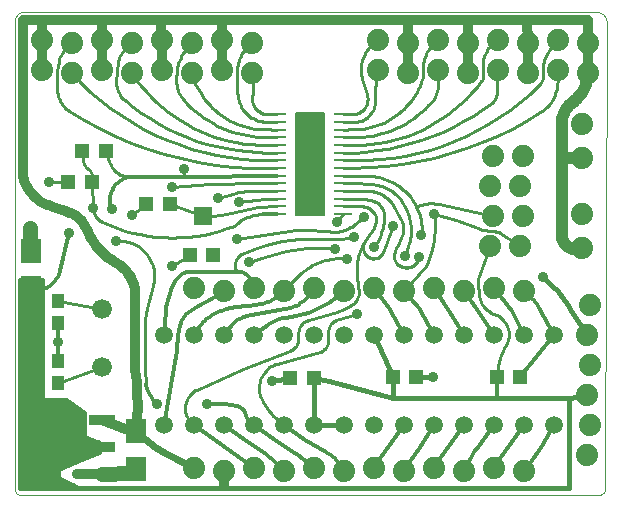
<source format=gtl>
G75*
G70*
%OFA0B0*%
%FSLAX24Y24*%
%IPPOS*%
%LPD*%
%AMOC8*
5,1,8,0,0,1.08239X$1,22.5*
%
%ADD10C,0.0000*%
%ADD11C,0.0591*%
%ADD12C,0.0660*%
%ADD13R,0.0906X0.0374*%
%ADD14R,0.0906X0.1280*%
%ADD15C,0.0740*%
%ADD16R,0.0394X0.0512*%
%ADD17R,0.0472X0.0472*%
%ADD18R,0.0709X0.0787*%
%ADD19R,0.0610X0.0098*%
%ADD20C,0.0050*%
%ADD21C,0.0436*%
%ADD22R,0.0630X0.0591*%
%ADD23C,0.0100*%
%ADD24C,0.0356*%
%ADD25C,0.0120*%
%ADD26C,0.0160*%
%ADD27C,0.0320*%
%ADD28C,0.0500*%
%ADD29C,0.0240*%
%ADD30C,0.0400*%
D10*
X002348Y003185D02*
X021596Y003185D01*
X021596Y003184D02*
X021625Y003181D01*
X021654Y003182D01*
X021683Y003186D01*
X021711Y003193D01*
X021739Y003204D01*
X021764Y003218D01*
X021788Y003235D01*
X021810Y003255D01*
X021829Y003278D01*
X021845Y003302D01*
X021858Y003328D01*
X021868Y003356D01*
X021875Y003385D01*
X021874Y003385D02*
X021914Y018935D01*
X021913Y018970D01*
X021909Y019004D01*
X021901Y019037D01*
X021890Y019070D01*
X021875Y019101D01*
X021857Y019131D01*
X021836Y019158D01*
X021813Y019183D01*
X021787Y019206D01*
X021759Y019225D01*
X021728Y019242D01*
X021697Y019255D01*
X021664Y019265D01*
X021630Y019272D01*
X021595Y019275D01*
X002456Y019275D01*
X002425Y019272D01*
X002394Y019265D01*
X002364Y019255D01*
X002335Y019241D01*
X002309Y019224D01*
X002284Y019204D01*
X002262Y019182D01*
X002243Y019156D01*
X002227Y019129D01*
X002214Y019100D01*
X002205Y019070D01*
X002199Y019039D01*
X002197Y019008D01*
X002187Y003394D01*
X002188Y003394D02*
X002186Y003370D01*
X002187Y003345D01*
X002192Y003321D01*
X002199Y003298D01*
X002210Y003276D01*
X002224Y003255D01*
X002240Y003237D01*
X002258Y003221D01*
X002279Y003207D01*
X002301Y003197D01*
X002324Y003189D01*
X002348Y003185D01*
D11*
X007145Y005523D03*
X008145Y005523D03*
X009145Y005523D03*
X010145Y005523D03*
X011145Y005523D03*
X012145Y005523D03*
X013145Y005523D03*
X014145Y005523D03*
X015145Y005523D03*
X016145Y005523D03*
X017145Y005523D03*
X018145Y005523D03*
X019145Y005523D03*
X020145Y005523D03*
X020145Y008523D03*
X019145Y008523D03*
X018145Y008523D03*
X017145Y008523D03*
X016145Y008523D03*
X015145Y008523D03*
X014145Y008523D03*
X013145Y008523D03*
X012145Y008523D03*
X011145Y008523D03*
X010145Y008523D03*
X009145Y008523D03*
X008145Y008523D03*
X007145Y008523D03*
D12*
X005087Y009362D03*
X005087Y007441D03*
D13*
X005090Y005686D03*
X005090Y004781D03*
X005090Y003875D03*
D14*
X002767Y004781D03*
D15*
X008145Y004073D03*
X009145Y003973D03*
X010145Y004073D03*
X011145Y003973D03*
X012145Y004073D03*
X013145Y003973D03*
X014145Y004073D03*
X015145Y003973D03*
X016145Y004073D03*
X017145Y003973D03*
X018145Y004073D03*
X019145Y003973D03*
X021258Y004523D03*
X021358Y005523D03*
X021258Y006523D03*
X021358Y007523D03*
X021258Y008523D03*
X021358Y009523D03*
X021087Y011418D03*
X021087Y012558D03*
X019141Y012483D03*
X018140Y012484D03*
X018040Y013484D03*
X019041Y013483D03*
X019141Y014483D03*
X018140Y014484D03*
X017285Y017234D03*
X018285Y017334D03*
X017289Y018237D03*
X018289Y018337D03*
X019289Y018237D03*
X020289Y018337D03*
X020285Y017334D03*
X021285Y017234D03*
X021289Y018237D03*
X019285Y017234D03*
X021086Y015554D03*
X021086Y014414D03*
X019041Y011483D03*
X018040Y011484D03*
X018145Y010073D03*
X019145Y009973D03*
X017145Y009973D03*
X016145Y010073D03*
X015145Y009973D03*
X014145Y010073D03*
X013145Y009973D03*
X012145Y010073D03*
X011145Y009973D03*
X010145Y010073D03*
X009145Y009973D03*
X008145Y010073D03*
X008086Y017233D03*
X009086Y017333D03*
X009089Y018337D03*
X008089Y018237D03*
X007089Y018337D03*
X007086Y017333D03*
X006086Y017233D03*
X005086Y017333D03*
X004086Y017233D03*
X003086Y017333D03*
X003089Y018337D03*
X004089Y018237D03*
X005089Y018337D03*
X006089Y018237D03*
X010089Y018237D03*
X010086Y017233D03*
X014285Y017334D03*
X015285Y017234D03*
X015289Y018237D03*
X014289Y018337D03*
X016289Y018337D03*
X016285Y017334D03*
D16*
X003640Y009661D03*
X003640Y008913D03*
X003640Y007653D03*
X003640Y006905D03*
D17*
X008014Y011177D03*
X008801Y011177D03*
X007345Y012870D03*
X006557Y012870D03*
X004746Y013618D03*
X003959Y013618D03*
X004431Y014642D03*
X005219Y014642D03*
X011356Y007064D03*
X012144Y007064D03*
X014782Y007119D03*
X015569Y007119D03*
X018246Y007122D03*
X019034Y007122D03*
D18*
X006238Y005309D03*
X006238Y004050D03*
X002733Y010063D03*
X002733Y011323D03*
D19*
X010937Y012545D03*
X010937Y012801D03*
X010937Y013057D03*
X010937Y013313D03*
X010937Y013569D03*
X010937Y013825D03*
X010937Y014081D03*
X010937Y014336D03*
X010937Y014592D03*
X010937Y014848D03*
X010937Y015104D03*
X010937Y015360D03*
X010937Y015616D03*
X010937Y015872D03*
X013122Y015872D03*
X013122Y015616D03*
X013122Y015360D03*
X013122Y015104D03*
X013122Y014848D03*
X013122Y014592D03*
X013122Y014336D03*
X013122Y014081D03*
X013122Y013825D03*
X013122Y013569D03*
X013122Y013313D03*
X013122Y013057D03*
X013122Y012801D03*
X013122Y012545D03*
D20*
X012502Y012554D02*
X011557Y012554D01*
X011557Y012516D02*
X011557Y015901D01*
X012502Y015901D01*
X012502Y012516D01*
X011557Y012516D01*
X011557Y012602D02*
X012502Y012602D01*
X012502Y012651D02*
X011557Y012651D01*
X011557Y012699D02*
X012502Y012699D01*
X012502Y012748D02*
X011557Y012748D01*
X011557Y012796D02*
X012502Y012796D01*
X012502Y012845D02*
X011557Y012845D01*
X011557Y012894D02*
X012502Y012894D01*
X012502Y012942D02*
X011557Y012942D01*
X011557Y012991D02*
X012502Y012991D01*
X012502Y013039D02*
X011557Y013039D01*
X011557Y013088D02*
X012502Y013088D01*
X012502Y013136D02*
X011557Y013136D01*
X011557Y013185D02*
X012502Y013185D01*
X012502Y013233D02*
X011557Y013233D01*
X011557Y013282D02*
X012502Y013282D01*
X012502Y013330D02*
X011557Y013330D01*
X011557Y013379D02*
X012502Y013379D01*
X012502Y013428D02*
X011557Y013428D01*
X011557Y013476D02*
X012502Y013476D01*
X012502Y013525D02*
X011557Y013525D01*
X011557Y013573D02*
X012502Y013573D01*
X012502Y013622D02*
X011557Y013622D01*
X011557Y013670D02*
X012502Y013670D01*
X012502Y013719D02*
X011557Y013719D01*
X011557Y013767D02*
X012502Y013767D01*
X012502Y013816D02*
X011557Y013816D01*
X011557Y013864D02*
X012502Y013864D01*
X012502Y013913D02*
X011557Y013913D01*
X011557Y013961D02*
X012502Y013961D01*
X012502Y014010D02*
X011557Y014010D01*
X011557Y014059D02*
X012502Y014059D01*
X012502Y014107D02*
X011557Y014107D01*
X011557Y014156D02*
X012502Y014156D01*
X012502Y014204D02*
X011557Y014204D01*
X011557Y014253D02*
X012502Y014253D01*
X012502Y014301D02*
X011557Y014301D01*
X011557Y014350D02*
X012502Y014350D01*
X012502Y014398D02*
X011557Y014398D01*
X011557Y014447D02*
X012502Y014447D01*
X012502Y014495D02*
X011557Y014495D01*
X011557Y014544D02*
X012502Y014544D01*
X012502Y014593D02*
X011557Y014593D01*
X011557Y014641D02*
X012502Y014641D01*
X012502Y014690D02*
X011557Y014690D01*
X011557Y014738D02*
X012502Y014738D01*
X012502Y014787D02*
X011557Y014787D01*
X011557Y014835D02*
X012502Y014835D01*
X012502Y014884D02*
X011557Y014884D01*
X011557Y014932D02*
X012502Y014932D01*
X012502Y014981D02*
X011557Y014981D01*
X011557Y015029D02*
X012502Y015029D01*
X012502Y015078D02*
X011557Y015078D01*
X011557Y015127D02*
X012502Y015127D01*
X012502Y015175D02*
X011557Y015175D01*
X011557Y015224D02*
X012502Y015224D01*
X012502Y015272D02*
X011557Y015272D01*
X011557Y015321D02*
X012502Y015321D01*
X012502Y015369D02*
X011557Y015369D01*
X011557Y015418D02*
X012502Y015418D01*
X012502Y015466D02*
X011557Y015466D01*
X011557Y015515D02*
X012502Y015515D01*
X012502Y015563D02*
X011557Y015563D01*
X011557Y015612D02*
X012502Y015612D01*
X012502Y015661D02*
X011557Y015661D01*
X011557Y015709D02*
X012502Y015709D01*
X012502Y015758D02*
X011557Y015758D01*
X011557Y015806D02*
X012502Y015806D01*
X012502Y015855D02*
X011557Y015855D01*
D21*
X011793Y015193D03*
X012266Y015626D03*
X012266Y014760D03*
X011793Y014366D03*
X012266Y013894D03*
X011793Y013500D03*
X012266Y013106D03*
X011793Y012752D03*
D22*
X008447Y012476D03*
D23*
X014747Y012910D02*
X015062Y012358D01*
X014793Y012138D02*
X014628Y011728D01*
X015101Y011846D02*
X015113Y011892D01*
X015123Y011939D01*
X015129Y011986D01*
X015132Y012034D01*
X015131Y012082D01*
X015128Y012129D01*
X015121Y012177D01*
X015111Y012223D01*
X015097Y012269D01*
X015081Y012314D01*
X015061Y012358D01*
X015337Y011571D02*
X015179Y011138D01*
X014864Y010980D02*
X014885Y010946D01*
X014909Y010914D01*
X014935Y010885D01*
X014965Y010858D01*
X014996Y010834D01*
X015030Y010813D01*
X015066Y010796D01*
X015103Y010781D01*
X015141Y010771D01*
X015180Y010764D01*
X015220Y010760D01*
X015260Y010761D01*
X015299Y010765D01*
X015338Y010772D01*
X015376Y010784D01*
X015413Y010799D01*
X015448Y010817D01*
X015482Y010838D01*
X015513Y010863D01*
X015542Y010890D01*
X015568Y010920D01*
X015591Y010952D01*
X015612Y010986D01*
X015629Y011022D01*
X015642Y011059D01*
X015652Y011098D01*
X015888Y010823D02*
X015145Y009973D01*
X013620Y010267D02*
X013604Y010354D01*
X013591Y010442D01*
X013583Y010530D01*
X013579Y010618D01*
X013578Y010706D01*
X013583Y010795D01*
X013591Y010882D01*
X013603Y010970D01*
X013620Y011057D01*
X013640Y011143D01*
X013665Y011228D01*
X013693Y011311D01*
X013726Y011393D01*
X013762Y011474D01*
X013802Y011553D01*
X013846Y011629D01*
X013893Y011704D01*
X013944Y011776D01*
X013998Y011846D01*
X015573Y012791D02*
X015530Y012871D01*
X015483Y012948D01*
X015433Y013024D01*
X015379Y013096D01*
X015321Y013166D01*
X015260Y013233D01*
X015196Y013297D01*
X015129Y013358D01*
X015059Y013416D01*
X014986Y013470D01*
X014911Y013520D01*
X014834Y013567D01*
X014754Y013610D01*
X014672Y013650D01*
X014589Y013685D01*
X014504Y013716D01*
X014417Y013743D01*
X014329Y013766D01*
X014241Y013784D01*
X014151Y013798D01*
X014061Y013808D01*
X013971Y013814D01*
X013880Y013815D01*
X013482Y013827D02*
X013122Y013825D01*
X013122Y014081D02*
X013435Y014079D01*
X013482Y014334D02*
X013122Y014336D01*
X013122Y014592D02*
X013478Y014594D01*
X013506Y014850D02*
X013122Y014848D01*
X013122Y015104D02*
X013463Y015102D01*
X013459Y015362D02*
X013122Y015360D01*
X013122Y015616D02*
X013498Y015614D01*
X013447Y015874D02*
X013122Y015872D01*
X013498Y015614D02*
X013549Y015616D01*
X013601Y015621D01*
X013651Y015630D01*
X013701Y015643D01*
X013750Y015660D01*
X013797Y015680D01*
X013843Y015703D01*
X013887Y015730D01*
X013929Y015760D01*
X013968Y015793D01*
X014005Y015829D01*
X014039Y015868D01*
X014070Y015909D01*
X014098Y015952D01*
X014122Y015998D01*
X014144Y016044D01*
X014161Y016093D01*
X014175Y016142D01*
X014186Y016193D01*
X014192Y016244D01*
X014195Y016295D01*
X013920Y016532D02*
X013931Y016491D01*
X013940Y016449D01*
X013944Y016406D01*
X013945Y016363D01*
X013942Y016320D01*
X013935Y016278D01*
X013925Y016236D01*
X013912Y016196D01*
X013895Y016156D01*
X013874Y016119D01*
X013851Y016083D01*
X013824Y016049D01*
X013795Y016018D01*
X013763Y015989D01*
X013729Y015963D01*
X013693Y015940D01*
X013655Y015920D01*
X013615Y015904D01*
X013574Y015891D01*
X013532Y015882D01*
X013490Y015876D01*
X013447Y015874D01*
X013486Y011767D02*
X013277Y011738D01*
X013068Y011718D01*
X012857Y011707D01*
X012647Y011705D01*
X012436Y011712D01*
X012226Y011728D01*
X012939Y012264D02*
X013122Y012545D01*
X015100Y011846D02*
X015068Y011756D01*
X015032Y011668D01*
X014993Y011581D01*
X014950Y011496D01*
X014903Y011413D01*
X013998Y011846D02*
X013961Y011803D01*
X013927Y011757D01*
X013895Y011710D01*
X013867Y011661D01*
X013841Y011610D01*
X014116Y012988D02*
X014043Y013009D01*
X013969Y013025D01*
X013895Y013039D01*
X013820Y013048D01*
X013744Y013054D01*
X013669Y013057D01*
X013593Y013056D01*
X013518Y013051D01*
X013122Y013057D01*
X013122Y013313D02*
X013880Y013303D01*
X013577Y012803D02*
X013122Y012801D01*
X013525Y012201D02*
X013476Y012163D01*
X013426Y012128D01*
X013373Y012096D01*
X013319Y012066D01*
X013263Y012040D01*
X013206Y012017D01*
X013147Y011998D01*
X013088Y011982D01*
X013027Y011969D01*
X012966Y011959D01*
X012905Y011954D01*
X012843Y011951D01*
X012782Y011952D01*
X012720Y011957D01*
X012659Y011965D01*
X015888Y010822D02*
X015949Y010958D01*
X016003Y011095D01*
X016050Y011236D01*
X016091Y011378D01*
X016125Y011523D01*
X016152Y011668D01*
X016172Y011815D01*
X016184Y011963D01*
X016190Y012111D01*
X016188Y012259D01*
X016179Y012407D01*
X016163Y012555D01*
X016321Y012870D02*
X018140Y012484D01*
X018349Y011909D02*
X019041Y011483D01*
X018348Y011909D02*
X018311Y011930D01*
X018272Y011947D01*
X018231Y011961D01*
X018190Y011971D01*
X018147Y011977D01*
X018105Y011980D01*
X018040Y011484D02*
X017624Y010378D01*
X017620Y010252D02*
X017663Y009842D01*
X017621Y010252D02*
X017615Y010277D01*
X017612Y010302D01*
X017613Y010328D01*
X017617Y010353D01*
X017624Y010378D01*
X017664Y009842D02*
X017672Y009789D01*
X017683Y009736D01*
X017698Y009685D01*
X017717Y009635D01*
X017739Y009586D01*
X017764Y009539D01*
X017793Y009494D01*
X017825Y009451D01*
X017860Y009410D01*
X017898Y009372D01*
X017938Y009337D01*
X017981Y009305D01*
X018026Y009276D01*
X018073Y009250D01*
X018122Y009227D01*
X018172Y009208D01*
X018171Y009208D02*
X018220Y009189D01*
X018267Y009167D01*
X018313Y009142D01*
X018357Y009113D01*
X018398Y009082D01*
X018437Y009047D01*
X018473Y009010D01*
X018506Y008970D01*
X018537Y008927D01*
X018564Y008883D01*
X018588Y008837D01*
X018609Y008789D01*
X018625Y008739D01*
X018639Y008689D01*
X018648Y008638D01*
X018654Y008586D01*
X018656Y008534D01*
X018654Y008482D01*
X018649Y008430D01*
X018639Y008379D01*
X018626Y008328D01*
X018609Y008279D01*
X018589Y008231D01*
X018565Y008185D01*
X018507Y008075D01*
X018455Y007963D01*
X018407Y007848D01*
X018366Y007731D01*
X018330Y007612D01*
X018300Y007491D01*
X018276Y007369D01*
X018258Y007246D01*
X018247Y007122D01*
X011951Y010744D02*
X011737Y010565D01*
X011531Y010376D01*
X011334Y010179D01*
X011145Y009973D01*
X010937Y013312D02*
X010794Y013310D01*
X010651Y013302D01*
X010526Y013055D02*
X009664Y012936D01*
X009471Y013224D02*
X008959Y013067D01*
X008683Y013539D02*
X010313Y013579D01*
X010937Y013569D01*
X010937Y014081D02*
X010604Y014079D01*
X010616Y014338D02*
X010937Y014336D01*
X013368Y009484D02*
X013148Y009380D01*
X012923Y009286D01*
X012695Y009202D01*
X012463Y009129D01*
X012228Y009065D01*
X011990Y009011D01*
X011990Y009012D02*
X011951Y009002D01*
X011913Y008989D01*
X011876Y008972D01*
X011841Y008952D01*
X011808Y008929D01*
X011777Y008903D01*
X011749Y008874D01*
X011723Y008843D01*
X011701Y008809D01*
X011681Y008774D01*
X011665Y008737D01*
X011653Y008699D01*
X011643Y008659D01*
X011638Y008619D01*
X011636Y008579D01*
X011636Y008342D01*
X011630Y008303D01*
X011620Y008265D01*
X011607Y008228D01*
X011591Y008192D01*
X011571Y008158D01*
X011549Y008126D01*
X011523Y008096D01*
X011495Y008068D01*
X011464Y008044D01*
X011431Y008022D01*
X011396Y008003D01*
X011360Y007988D01*
X012344Y007949D02*
X012379Y007959D01*
X012412Y007973D01*
X012444Y007990D01*
X012474Y008010D01*
X012503Y008032D01*
X012529Y008057D01*
X012552Y008085D01*
X012573Y008114D01*
X012592Y008145D01*
X012607Y008178D01*
X012619Y008212D01*
X012628Y008247D01*
X012634Y008283D01*
X012636Y008319D01*
X012636Y008610D02*
X012637Y008649D01*
X012642Y008688D01*
X012650Y008726D01*
X012661Y008763D01*
X012676Y008799D01*
X012694Y008834D01*
X012716Y008867D01*
X012740Y008897D01*
X012766Y008926D01*
X012796Y008951D01*
X012827Y008974D01*
X012861Y008995D01*
X012896Y009012D01*
X011950Y010744D02*
X012027Y010793D01*
X012106Y010838D01*
X012187Y010879D01*
X012270Y010916D01*
X012355Y010949D01*
X012441Y010979D01*
X012528Y011004D01*
X012617Y011026D01*
X012706Y011043D01*
X012796Y011056D01*
X012886Y011065D01*
X012977Y011070D01*
X013068Y011071D01*
X013159Y011067D01*
X013250Y011059D01*
X013841Y011256D02*
X013858Y011223D01*
X013879Y011193D01*
X013903Y011165D01*
X013930Y011140D01*
X013960Y011118D01*
X013991Y011099D01*
X014025Y011084D01*
X014060Y011073D01*
X014096Y011065D01*
X014132Y011061D01*
X014169Y011062D01*
X014206Y011066D01*
X014242Y011074D01*
X014276Y011086D01*
X014310Y011102D01*
X014341Y011121D01*
X014370Y011144D01*
X014397Y011169D01*
X014420Y011197D01*
X014441Y011228D01*
X014458Y011261D01*
X014471Y011295D01*
X013841Y011256D02*
X013827Y011290D01*
X013815Y011325D01*
X013807Y011360D01*
X013803Y011396D01*
X013801Y011433D01*
X013803Y011470D01*
X013807Y011506D01*
X013815Y011541D01*
X013827Y011576D01*
X013841Y011610D01*
X015337Y011571D02*
X015354Y011652D01*
X015368Y011734D01*
X015378Y011817D01*
X015383Y011900D01*
X015385Y011984D01*
X015383Y012067D01*
X015377Y012150D01*
X015367Y012232D01*
X015353Y012315D01*
X015335Y012396D01*
X015313Y012476D01*
X015287Y012556D01*
X015258Y012634D01*
X015573Y012791D02*
X015631Y012816D01*
X015691Y012838D01*
X015752Y012856D01*
X015814Y012871D01*
X015877Y012883D01*
X015940Y012892D01*
X016004Y012896D01*
X016068Y012898D01*
X016131Y012896D01*
X016195Y012891D01*
X016258Y012882D01*
X016321Y012870D01*
X017632Y012063D02*
X017697Y012042D01*
X017764Y012024D01*
X017831Y012009D01*
X017899Y011997D01*
X017967Y011988D01*
X018035Y011983D01*
X018104Y011980D01*
X014904Y011414D02*
X014884Y011378D01*
X014868Y011340D01*
X014855Y011302D01*
X014844Y011262D01*
X014837Y011222D01*
X014834Y011181D01*
X014833Y011140D01*
X014836Y011100D01*
X014842Y011059D01*
X014852Y011019D01*
X014865Y010981D01*
X015730Y011846D02*
X015738Y011921D01*
X015743Y011995D01*
X015745Y012070D01*
X015743Y012145D01*
X015738Y012220D01*
X015729Y012294D01*
X015717Y012368D01*
X015701Y012441D01*
X015682Y012513D01*
X015659Y012584D01*
X015634Y012655D01*
X015605Y012724D01*
X015572Y012791D01*
X015258Y012634D02*
X015233Y012702D01*
X015205Y012768D01*
X015173Y012833D01*
X015138Y012895D01*
X015099Y012956D01*
X015058Y013015D01*
X015013Y013071D01*
X014965Y013125D01*
X014914Y013176D01*
X014860Y013224D01*
X014804Y013269D01*
X014745Y013311D01*
X014685Y013350D01*
X014622Y013386D01*
X014557Y013417D01*
X014491Y013446D01*
X014423Y013471D01*
X014355Y013492D01*
X014285Y013509D01*
X014214Y013522D01*
X014142Y013532D01*
X014071Y013537D01*
X013998Y013539D01*
X014116Y012988D02*
X014159Y012973D01*
X014200Y012955D01*
X014239Y012933D01*
X014277Y012907D01*
X014312Y012879D01*
X014345Y012848D01*
X014375Y012814D01*
X014402Y012778D01*
X014426Y012739D01*
X014446Y012699D01*
X014463Y012657D01*
X014476Y012614D01*
X014486Y012570D01*
X014492Y012525D01*
X014494Y012480D01*
X014746Y012910D02*
X014711Y012956D01*
X014673Y013001D01*
X014632Y013043D01*
X014588Y013082D01*
X014542Y013119D01*
X014494Y013152D01*
X014445Y013183D01*
X014393Y013210D01*
X014339Y013235D01*
X014285Y013256D01*
X014229Y013273D01*
X014172Y013287D01*
X014114Y013298D01*
X014056Y013304D01*
X013997Y013308D01*
X013939Y013307D01*
X013880Y013303D01*
X013841Y012437D02*
X013526Y012201D01*
X013754Y012803D02*
X013797Y012801D01*
X013840Y012795D01*
X013882Y012786D01*
X013923Y012773D01*
X013963Y012756D01*
X014001Y012736D01*
X014038Y012713D01*
X014072Y012687D01*
X014104Y012658D01*
X014133Y012626D01*
X014160Y012592D01*
X014183Y012556D01*
X014203Y012518D01*
X014220Y012478D01*
X014234Y012437D01*
X014235Y012437D02*
X014233Y012382D01*
X014228Y012328D01*
X014219Y012275D01*
X014207Y012222D01*
X014192Y012170D01*
X014173Y012119D01*
X014151Y012069D01*
X014127Y012021D01*
X014099Y011974D01*
X014068Y011929D01*
X014035Y011886D01*
X013999Y011846D01*
X014155Y011452D02*
X014201Y011517D01*
X014243Y011583D01*
X014283Y011651D01*
X014319Y011721D01*
X014352Y011792D01*
X014382Y011865D01*
X014408Y011939D01*
X014431Y012014D01*
X014450Y012090D01*
X014466Y012167D01*
X014479Y012245D01*
X014487Y012323D01*
X014492Y012402D01*
X014494Y012480D01*
X013651Y009988D02*
X013653Y009945D01*
X013651Y009901D01*
X013645Y009857D01*
X013636Y009815D01*
X013623Y009773D01*
X013607Y009732D01*
X013587Y009693D01*
X013564Y009656D01*
X013538Y009621D01*
X013509Y009588D01*
X013477Y009558D01*
X013443Y009530D01*
X013406Y009506D01*
X013368Y009485D01*
X013482Y013827D02*
X013681Y013825D01*
X013880Y013815D01*
X010937Y013057D02*
X010526Y013055D01*
X010297Y012783D02*
X010937Y012801D01*
X009943Y013303D02*
X009863Y013299D01*
X009783Y013291D01*
X009704Y013279D01*
X009625Y013265D01*
X009547Y013246D01*
X009470Y013224D01*
X008683Y013539D02*
X007423Y013460D01*
X007345Y012870D02*
X008447Y012476D01*
X008014Y011177D02*
X007420Y010810D01*
X013620Y010268D02*
X013638Y010128D01*
X013652Y009988D01*
X006793Y010154D02*
X006719Y009907D01*
X006654Y009657D01*
X006597Y009406D01*
X006793Y010153D02*
X006809Y010220D01*
X006822Y010287D01*
X006831Y010355D01*
X006836Y010423D01*
X006837Y010492D01*
X006834Y010560D01*
X006827Y010628D01*
X006816Y010696D01*
X006801Y010763D01*
X006782Y010829D01*
X006759Y010893D01*
X006733Y010957D01*
X006703Y011018D01*
X006670Y011078D01*
X006633Y011136D01*
X006593Y011191D01*
X006550Y011245D01*
X006503Y011295D01*
X006454Y011343D01*
X006402Y011387D01*
X006348Y011429D01*
X006291Y011468D01*
X006232Y011503D01*
X006171Y011534D01*
X006109Y011562D01*
X006045Y011587D01*
X005979Y011607D01*
X005913Y011624D01*
X005846Y011637D01*
X005778Y011646D01*
X005709Y011651D01*
X005641Y011652D01*
X005573Y011649D01*
X006082Y012503D02*
X006557Y012870D01*
X007817Y013775D02*
X007822Y013830D01*
X007825Y013885D01*
X007825Y013941D01*
X007822Y013996D01*
X007817Y014051D01*
X006006Y013775D02*
X005953Y013780D01*
X005901Y013788D01*
X005850Y013801D01*
X005800Y013816D01*
X005751Y013835D01*
X005703Y013858D01*
X005657Y013884D01*
X005614Y013913D01*
X005572Y013945D01*
X005532Y013979D01*
X005495Y014017D01*
X005461Y014057D01*
X005430Y014099D01*
X005402Y014143D01*
X005377Y014190D01*
X005355Y014238D01*
X005336Y014287D01*
X005337Y014287D02*
X005219Y014642D01*
X004471Y014287D02*
X004476Y014255D01*
X004485Y014223D01*
X004497Y014192D01*
X004512Y014163D01*
X004530Y014136D01*
X004551Y014111D01*
X004575Y014088D01*
X004601Y014068D01*
X004628Y014051D01*
X004650Y014037D01*
X004671Y014020D01*
X004690Y014001D01*
X004706Y013980D01*
X004720Y013957D01*
X004731Y013933D01*
X004739Y013907D01*
X004744Y013881D01*
X004746Y013855D01*
X004746Y013618D02*
X004786Y012752D01*
X004790Y012706D01*
X004797Y012661D01*
X004809Y012617D01*
X004824Y012573D01*
X004843Y012531D01*
X004865Y012491D01*
X004891Y012453D01*
X004919Y012417D01*
X004951Y012384D01*
X004985Y012353D01*
X005021Y012325D01*
X005060Y012301D01*
X005101Y012279D01*
X003959Y013618D02*
X003325Y013615D01*
X004471Y014287D02*
X004431Y014642D01*
X003998Y015980D02*
X003953Y016011D01*
X003909Y016045D01*
X003868Y016081D01*
X003830Y016120D01*
X003794Y016162D01*
X003760Y016205D01*
X003730Y016251D01*
X003702Y016298D01*
X003678Y016347D01*
X003657Y016398D01*
X003638Y016449D01*
X003624Y016502D01*
X003612Y016556D01*
X003604Y016610D01*
X003644Y017612D02*
X003658Y017671D01*
X003675Y017729D01*
X003697Y017786D01*
X003722Y017842D01*
X003751Y017895D01*
X003783Y017947D01*
X003818Y017996D01*
X003856Y018044D01*
X003898Y018088D01*
X003942Y018130D01*
X003988Y018169D01*
X004037Y018205D01*
X004089Y018237D01*
X010087Y017233D02*
X010102Y017028D01*
X010110Y016823D01*
X010110Y016618D01*
X010101Y016413D01*
X010100Y016413D02*
X010099Y016370D01*
X010102Y016327D01*
X010109Y016284D01*
X010119Y016241D01*
X010133Y016200D01*
X010150Y016160D01*
X010171Y016122D01*
X010194Y016086D01*
X010221Y016051D01*
X010251Y016020D01*
X010283Y015990D01*
X010318Y015964D01*
X010355Y015941D01*
X010393Y015921D01*
X010434Y015905D01*
X010475Y015891D01*
X010517Y015882D01*
X010561Y015876D01*
X010604Y015874D01*
X010937Y015872D01*
X010937Y015616D02*
X010593Y015614D01*
X010537Y015362D02*
X010937Y015360D01*
X010937Y015104D02*
X010624Y015102D01*
X010577Y014846D02*
X010937Y014848D01*
X010937Y014592D02*
X010608Y014594D01*
X010592Y015614D02*
X010531Y015615D01*
X010471Y015621D01*
X010411Y015630D01*
X010351Y015642D01*
X010293Y015659D01*
X010236Y015679D01*
X010180Y015703D01*
X010125Y015730D01*
X010073Y015760D01*
X010022Y015794D01*
X009974Y015831D01*
X009928Y015871D01*
X009885Y015914D01*
X009845Y015959D01*
X009807Y016007D01*
X009772Y016057D01*
X009741Y016109D01*
X009713Y016163D01*
X009689Y016218D01*
X009668Y016276D01*
X009651Y016334D01*
X009637Y016393D01*
X009627Y016453D01*
X007581Y016846D02*
X007573Y016921D01*
X007569Y016996D01*
X007570Y017071D01*
X007573Y017145D01*
X007581Y017220D01*
X007593Y017294D01*
X009510Y012161D02*
X009261Y012067D01*
X009007Y011984D01*
X008749Y011914D01*
X008488Y011857D01*
X008225Y011812D01*
X007960Y011781D01*
X007693Y011762D01*
X007426Y011756D01*
X007160Y011763D01*
X006893Y011783D01*
X006628Y011816D01*
X006365Y011862D01*
X006105Y011921D01*
X005848Y011992D01*
X005594Y012076D01*
X005345Y012172D01*
X005101Y012279D01*
X005087Y009362D02*
X003640Y009661D01*
X012637Y008610D02*
X012637Y008318D01*
X010416Y006374D02*
X010469Y006274D01*
X010528Y006177D01*
X010590Y006083D01*
X010657Y005992D01*
X010729Y005904D01*
X010805Y005820D01*
X010884Y005740D01*
X010968Y005663D01*
X011055Y005591D01*
X011145Y005523D01*
X011557Y012005D02*
X011833Y012013D01*
X012109Y012009D01*
X012385Y011993D01*
X012660Y011965D01*
X010534Y011098D02*
X009982Y010941D01*
X009746Y011216D02*
X009713Y011198D01*
X009681Y011176D01*
X009652Y011151D01*
X009625Y011124D01*
X009601Y011094D01*
X009580Y011062D01*
X009561Y011028D01*
X009546Y010993D01*
X009535Y010956D01*
X009527Y010919D01*
X009522Y010881D01*
X009521Y010843D01*
X009524Y010804D01*
X009530Y010766D01*
X009540Y010729D01*
X009553Y010693D01*
X009569Y010659D01*
X009589Y010626D01*
X009510Y012161D02*
X009562Y012208D01*
X009616Y012252D01*
X009673Y012294D01*
X009731Y012332D01*
X009792Y012368D01*
X009854Y012400D01*
X009918Y012429D01*
X009983Y012455D01*
X010049Y012478D01*
X010116Y012498D01*
X010185Y012514D01*
X010253Y012526D01*
X010323Y012535D01*
X010393Y012541D01*
X010463Y012543D01*
X006597Y009405D02*
X006564Y009226D01*
X006539Y009046D01*
X006523Y008864D01*
X006516Y008682D01*
X006518Y008500D01*
X005087Y007441D02*
X003640Y006905D01*
X008250Y006689D02*
X008205Y006666D01*
X008162Y006640D01*
X008121Y006610D01*
X008083Y006578D01*
X008047Y006542D01*
X008013Y006505D01*
X007983Y006464D01*
X007955Y006422D01*
X007931Y006378D01*
X007910Y006332D01*
X007893Y006284D01*
X007879Y006236D01*
X007869Y006186D01*
X007863Y006136D01*
X007860Y006086D01*
X007861Y006035D01*
X007866Y005985D01*
X007875Y005935D01*
X007887Y005886D01*
X007903Y005838D01*
X007922Y005792D01*
X007945Y005747D01*
X007971Y005704D01*
X008000Y005662D01*
X008032Y005623D01*
X008067Y005587D01*
X008104Y005553D01*
X008144Y005522D01*
X010415Y006374D02*
X010392Y006425D01*
X010372Y006478D01*
X010355Y006532D01*
X010342Y006587D01*
X010333Y006643D01*
X010328Y006699D01*
X010326Y006755D01*
X010328Y006812D01*
X010334Y006868D01*
X010344Y006923D01*
X010357Y006978D01*
X010374Y007032D01*
X010395Y007085D01*
X010419Y007136D01*
X010447Y007185D01*
X010478Y007232D01*
X010512Y007277D01*
X010549Y007320D01*
X010588Y007360D01*
X010630Y007398D01*
X010675Y007432D01*
X010722Y007464D01*
X010771Y007492D01*
X010822Y007517D01*
X010874Y007538D01*
X010928Y007556D01*
X010534Y011098D02*
X010757Y011175D01*
X010984Y011241D01*
X011213Y011297D01*
X011445Y011341D01*
X011679Y011374D01*
X011914Y011396D01*
X012150Y011408D01*
X012386Y011408D01*
X012622Y011396D01*
X012857Y011374D01*
X018093Y016255D02*
X018122Y016283D01*
X018148Y016313D01*
X018172Y016345D01*
X018193Y016379D01*
X018211Y016415D01*
X018225Y016452D01*
X018237Y016490D01*
X018245Y016530D01*
X018250Y016569D01*
X018252Y016609D01*
X018250Y016649D01*
X020259Y016767D02*
X020274Y016880D01*
X020285Y016993D01*
X020290Y017107D01*
X020290Y017221D01*
X020285Y017335D01*
X017801Y017205D02*
X017792Y017281D01*
X017786Y017359D01*
X017784Y017436D01*
X017785Y017513D01*
X017789Y017590D01*
X017801Y017204D02*
X017804Y017172D01*
X017803Y017141D01*
X017800Y017109D01*
X017793Y017078D01*
X017784Y017047D01*
X017771Y017018D01*
X017756Y016990D01*
X017738Y016964D01*
X015793Y017260D02*
X015788Y017325D01*
X015787Y017391D01*
X015790Y017456D01*
X015796Y017522D01*
X015806Y017586D01*
X015819Y017650D01*
X015836Y017714D01*
X015857Y017776D01*
X015881Y017837D01*
X015908Y017896D01*
X015939Y017954D01*
X015973Y018010D01*
X016010Y018064D01*
X016050Y018116D01*
X016092Y018166D01*
X016138Y018213D01*
X016186Y018257D01*
X016237Y018299D01*
X016289Y018338D01*
X015793Y017260D02*
X015796Y017216D01*
X015795Y017172D01*
X015790Y017129D01*
X015782Y017086D01*
X015770Y017043D01*
X016281Y016885D02*
X016283Y016832D01*
X016281Y016779D01*
X016276Y016726D01*
X016268Y016673D01*
X016256Y016622D01*
X016241Y016571D01*
X016222Y016521D01*
X016201Y016472D01*
X016176Y016425D01*
X016148Y016380D01*
X016118Y016336D01*
X016084Y016295D01*
X013762Y017043D02*
X013745Y017107D01*
X013733Y017171D01*
X013724Y017236D01*
X013719Y017301D01*
X013718Y017366D01*
X013721Y017432D01*
X013727Y017497D01*
X013737Y017562D01*
X013751Y017626D01*
X013769Y017689D01*
X013790Y017751D01*
X013815Y017811D01*
X013843Y017870D01*
X013874Y017928D01*
X013909Y017983D01*
X013947Y018036D01*
X013988Y018087D01*
X014032Y018136D01*
X014078Y018182D01*
X014128Y018225D01*
X014179Y018265D01*
X014233Y018303D01*
X014289Y018337D01*
X016085Y016295D02*
X015974Y016173D01*
X015857Y016055D01*
X015735Y015944D01*
X015608Y015839D01*
X015476Y015740D01*
X015339Y015647D01*
X015198Y015561D01*
X015053Y015482D01*
X014905Y015410D01*
X014753Y015345D01*
X014598Y015288D01*
X014440Y015238D01*
X014281Y015196D01*
X014119Y015161D01*
X013956Y015135D01*
X013792Y015116D01*
X013627Y015105D01*
X013462Y015102D01*
X009628Y016453D02*
X009607Y016638D01*
X009595Y016825D01*
X009590Y017011D01*
X009593Y017198D01*
X009604Y017384D01*
X008089Y018237D02*
X008036Y018193D01*
X007986Y018146D01*
X007938Y018097D01*
X007893Y018046D01*
X007851Y017992D01*
X007811Y017936D01*
X007775Y017878D01*
X007741Y017818D01*
X007711Y017756D01*
X007684Y017693D01*
X007660Y017629D01*
X007640Y017563D01*
X007623Y017497D01*
X007609Y017430D01*
X007599Y017362D01*
X007593Y017294D01*
X003644Y017613D02*
X003620Y017471D01*
X003602Y017328D01*
X003590Y017185D01*
X003585Y017041D01*
X003585Y016897D01*
X003592Y016754D01*
X003605Y016610D01*
X005572Y017043D02*
X005591Y017206D01*
X005604Y017370D01*
X005611Y017533D01*
X005573Y017043D02*
X005568Y016990D01*
X005566Y016937D01*
X005568Y016885D01*
X005573Y016832D01*
X005582Y016780D01*
X005594Y016728D01*
X005610Y016678D01*
X005629Y016629D01*
X005652Y016581D01*
X005678Y016534D01*
X005706Y016490D01*
X005738Y016448D01*
X005772Y016407D01*
X005809Y016370D01*
X005849Y016334D01*
X005612Y017534D02*
X005621Y017592D01*
X005634Y017650D01*
X005650Y017706D01*
X005669Y017762D01*
X005693Y017816D01*
X005719Y017868D01*
X005749Y017919D01*
X005782Y017968D01*
X005818Y018014D01*
X005857Y018058D01*
X005899Y018100D01*
X005943Y018139D01*
X005989Y018175D01*
X006038Y018208D01*
X006089Y018238D01*
X008447Y012476D02*
X008760Y012494D01*
X009072Y012526D01*
X009382Y012571D01*
X009690Y012629D01*
X009996Y012700D01*
X010298Y012783D01*
X007817Y016334D02*
X007780Y016378D01*
X007745Y016423D01*
X007714Y016471D01*
X007685Y016521D01*
X007659Y016572D01*
X007637Y016625D01*
X007618Y016679D01*
X007602Y016734D01*
X007590Y016789D01*
X007581Y016846D01*
X009605Y017384D02*
X009609Y017448D01*
X009616Y017511D01*
X009628Y017574D01*
X009643Y017636D01*
X009663Y017696D01*
X009685Y017756D01*
X009712Y017814D01*
X009741Y017870D01*
X009774Y017925D01*
X009811Y017977D01*
X009850Y018027D01*
X009893Y018075D01*
X009938Y018120D01*
X009986Y018162D01*
X010036Y018201D01*
X010089Y018237D01*
X008085Y017233D02*
X008121Y017116D01*
X008162Y017000D01*
X008209Y016887D01*
X008261Y016776D01*
X008319Y016668D01*
X008381Y016562D01*
X008449Y016460D01*
X008521Y016361D01*
X008598Y016266D01*
X008680Y016174D01*
X008765Y016086D01*
X008855Y016003D01*
X008949Y015924D01*
X009047Y015850D01*
X009147Y015780D01*
X009252Y015715D01*
X009359Y015656D01*
X009469Y015601D01*
X009581Y015552D01*
X009695Y015509D01*
X009812Y015470D01*
X009930Y015438D01*
X010050Y015411D01*
X010171Y015390D01*
X010292Y015375D01*
X010415Y015366D01*
X010537Y015362D01*
X013459Y015362D02*
X013576Y015366D01*
X013693Y015375D01*
X013809Y015390D01*
X013925Y015410D01*
X014039Y015436D01*
X014153Y015467D01*
X014264Y015504D01*
X014374Y015546D01*
X014481Y015593D01*
X014586Y015645D01*
X014689Y015702D01*
X014788Y015764D01*
X014885Y015831D01*
X014978Y015902D01*
X015068Y015978D01*
X015154Y016058D01*
X015236Y016142D01*
X015314Y016229D01*
X015387Y016321D01*
X015457Y016416D01*
X015521Y016514D01*
X015581Y016614D01*
X015636Y016718D01*
X015686Y016824D01*
X015731Y016933D01*
X015770Y017043D01*
X017790Y017591D02*
X017796Y017649D01*
X017806Y017707D01*
X017820Y017764D01*
X017837Y017820D01*
X017858Y017875D01*
X017882Y017928D01*
X017910Y017980D01*
X017941Y018030D01*
X017975Y018077D01*
X018013Y018123D01*
X018053Y018165D01*
X018095Y018206D01*
X018141Y018243D01*
X018188Y018278D01*
X018238Y018309D01*
X018289Y018337D01*
X016285Y017335D02*
X016278Y017222D01*
X016275Y017110D01*
X016276Y016998D01*
X016282Y016886D01*
X019707Y015941D02*
X019764Y015979D01*
X019819Y016019D01*
X019872Y016063D01*
X019922Y016110D01*
X019969Y016159D01*
X020013Y016211D01*
X020054Y016266D01*
X020092Y016323D01*
X020127Y016382D01*
X020158Y016442D01*
X020185Y016505D01*
X020209Y016569D01*
X020229Y016634D01*
X020246Y016701D01*
X020258Y016768D01*
X019668Y016846D02*
X019694Y016875D01*
X019717Y016906D01*
X019737Y016938D01*
X019754Y016973D01*
X019768Y017009D01*
X019778Y017046D01*
X019784Y017084D01*
X019787Y017123D01*
X019786Y017161D01*
X019865Y017752D02*
X019889Y017814D01*
X019916Y017875D01*
X019946Y017934D01*
X019979Y017992D01*
X020016Y018048D01*
X020055Y018101D01*
X020097Y018153D01*
X020141Y018203D01*
X020189Y018250D01*
X020238Y018295D01*
X020290Y018337D01*
X019865Y017752D02*
X019842Y017681D01*
X019822Y017608D01*
X019806Y017535D01*
X019795Y017461D01*
X019787Y017386D01*
X019783Y017311D01*
X019782Y017236D01*
X019786Y017161D01*
X014285Y017335D02*
X014238Y016990D01*
X014208Y016643D01*
X014195Y016295D01*
X010624Y015102D02*
X010449Y015105D01*
X010274Y015116D01*
X010100Y015136D01*
X009927Y015163D01*
X009755Y015199D01*
X009585Y015242D01*
X009417Y015293D01*
X009252Y015353D01*
X009090Y015419D01*
X008931Y015494D01*
X008776Y015575D01*
X008624Y015664D01*
X008477Y015759D01*
X008335Y015862D01*
X008197Y015971D01*
X008065Y016086D01*
X007938Y016207D01*
X007818Y016334D01*
X006085Y017232D02*
X006230Y017026D01*
X006385Y016827D01*
X006548Y016635D01*
X006721Y016451D01*
X006902Y016275D01*
X007091Y016108D01*
X007288Y015950D01*
X007492Y015802D01*
X007703Y015663D01*
X007920Y015534D01*
X008142Y015416D01*
X008370Y015308D01*
X008603Y015211D01*
X008841Y015125D01*
X009082Y015050D01*
X009326Y014987D01*
X009573Y014936D01*
X009822Y014895D01*
X010072Y014867D01*
X010324Y014851D01*
X010576Y014846D01*
X013506Y014850D02*
X013764Y014858D01*
X014021Y014878D01*
X014277Y014910D01*
X014531Y014955D01*
X014782Y015012D01*
X015031Y015080D01*
X015276Y015161D01*
X015516Y015254D01*
X015752Y015358D01*
X015983Y015473D01*
X016208Y015599D01*
X016426Y015736D01*
X016638Y015883D01*
X016842Y016041D01*
X017039Y016208D01*
X017227Y016384D01*
X017407Y016569D01*
X017577Y016763D01*
X017738Y016964D01*
X018093Y016256D02*
X017781Y016033D01*
X017460Y015824D01*
X017130Y015631D01*
X016791Y015453D01*
X016444Y015291D01*
X016090Y015144D01*
X015730Y015015D01*
X015364Y014902D01*
X014993Y014806D01*
X014619Y014727D01*
X014241Y014665D01*
X013860Y014621D01*
X013478Y014594D01*
X014628Y011728D02*
X014546Y011512D01*
X014471Y011295D01*
X012226Y011728D02*
X011943Y011724D01*
X011660Y011707D01*
X011378Y011676D01*
X011098Y011632D01*
X010820Y011575D01*
X010545Y011504D01*
X010274Y011421D01*
X010008Y011325D01*
X009746Y011216D01*
X016163Y012555D02*
X016538Y012457D01*
X016908Y012342D01*
X017273Y012211D01*
X017632Y012063D01*
X006518Y007949D02*
X006530Y007417D01*
X006557Y006886D01*
X009943Y013303D02*
X010297Y013309D01*
X010651Y013303D01*
X010608Y014594D02*
X010264Y014604D01*
X009920Y014630D01*
X009578Y014671D01*
X009238Y014729D01*
X008901Y014801D01*
X008568Y014889D01*
X008240Y014993D01*
X007916Y015111D01*
X007598Y015244D01*
X007287Y015392D01*
X006982Y015553D01*
X006686Y015729D01*
X006397Y015918D01*
X006118Y016120D01*
X005849Y016334D01*
X004746Y013854D02*
X004746Y013618D01*
X013482Y014334D02*
X013910Y014342D01*
X014337Y014371D01*
X014763Y014421D01*
X015185Y014492D01*
X015603Y014583D01*
X016016Y014694D01*
X016423Y014826D01*
X016824Y014977D01*
X017216Y015148D01*
X017600Y015338D01*
X017974Y015546D01*
X018337Y015772D01*
X018689Y016016D01*
X019029Y016277D01*
X019355Y016553D01*
X019668Y016846D01*
X013919Y016531D02*
X013762Y017043D01*
X010616Y014338D02*
X010184Y014351D01*
X009753Y014385D01*
X009324Y014440D01*
X008899Y014515D01*
X008477Y014611D01*
X008061Y014728D01*
X007651Y014864D01*
X007247Y015020D01*
X006852Y015195D01*
X006466Y015389D01*
X006090Y015601D01*
X005724Y015832D01*
X005370Y016079D01*
X005028Y016344D01*
X004700Y016625D01*
X004385Y016921D01*
X004085Y017232D01*
X003998Y015981D02*
X004495Y015681D01*
X005006Y015405D01*
X005530Y015154D01*
X006065Y014928D01*
X006610Y014728D01*
X007164Y014554D01*
X007726Y014407D01*
X008294Y014286D01*
X008867Y014193D01*
X009444Y014128D01*
X010023Y014090D01*
X010604Y014079D01*
X013435Y014079D02*
X013987Y014098D01*
X014537Y014142D01*
X015085Y014212D01*
X015629Y014307D01*
X016168Y014427D01*
X016701Y014572D01*
X017226Y014741D01*
X017744Y014935D01*
X018251Y015152D01*
X018748Y015392D01*
X019234Y015656D01*
X019707Y015941D01*
X018250Y016649D02*
X018285Y017334D01*
X006517Y008500D02*
X006517Y007948D01*
X013122Y013568D02*
X013561Y013563D01*
X013998Y013539D01*
X013605Y009208D02*
X013366Y009153D01*
X013129Y009087D01*
X012896Y009011D01*
X013576Y012803D02*
X013754Y012803D01*
X011557Y012004D02*
X009589Y011728D01*
X010928Y007555D02*
X012345Y007949D01*
X011361Y007988D02*
X009791Y007373D01*
X008251Y006689D01*
D24*
X008604Y006216D03*
X006911Y006216D03*
X004270Y003894D03*
X003640Y008264D03*
X005573Y011649D03*
X006082Y012503D03*
X005415Y012712D03*
X004786Y012752D03*
X003998Y011925D03*
X002700Y012095D03*
X003325Y013615D03*
X007423Y013460D03*
X007817Y014051D03*
X008959Y013067D03*
X009664Y012936D03*
X009589Y011728D03*
X009982Y010941D03*
X007420Y010810D03*
X010745Y006986D03*
X013604Y009209D03*
X013250Y011059D03*
X012856Y011374D03*
X013486Y011768D03*
X012939Y012264D03*
X013841Y012437D03*
X014793Y012138D03*
X014156Y011453D03*
X015179Y011138D03*
X015652Y011098D03*
X015730Y011846D03*
X016163Y012555D03*
X019786Y010429D03*
X016120Y007119D03*
D25*
X019745Y004823D02*
X019611Y004600D01*
X019466Y004383D01*
X019310Y004174D01*
X019145Y003973D01*
X018645Y004823D02*
X019145Y005523D01*
X019745Y004823D02*
X020145Y005523D01*
X019034Y007122D02*
X020145Y008523D01*
X019667Y009405D01*
X018745Y009323D02*
X019145Y008523D01*
X018745Y009323D02*
X018145Y010073D01*
X017545Y009423D02*
X017145Y009973D01*
X017545Y009423D02*
X018145Y008523D01*
X019668Y009405D02*
X019629Y009473D01*
X019587Y009538D01*
X019542Y009602D01*
X019493Y009663D01*
X019442Y009722D01*
X019388Y009778D01*
X019331Y009831D01*
X019271Y009881D01*
X019209Y009928D01*
X019145Y009972D01*
X017145Y008523D02*
X016645Y009323D01*
X016145Y010073D01*
X015645Y009423D02*
X015145Y009973D01*
X015645Y009423D02*
X016145Y008523D01*
X015145Y008523D02*
X014645Y009423D01*
X014145Y010073D01*
X011242Y009090D02*
X011175Y009082D01*
X011108Y009070D01*
X011041Y009054D01*
X010976Y009035D01*
X010912Y009013D01*
X010849Y008988D01*
X010787Y008959D01*
X010727Y008927D01*
X010669Y008892D01*
X010612Y008854D01*
X010145Y008523D01*
X009904Y009129D02*
X009850Y009117D01*
X009796Y009100D01*
X009744Y009081D01*
X009694Y009057D01*
X009645Y009031D01*
X009598Y009001D01*
X009553Y008969D01*
X009510Y008933D01*
X009469Y008895D01*
X009432Y008854D01*
X009431Y008854D02*
X009145Y008523D01*
X008250Y009445D02*
X008196Y009418D01*
X008143Y009388D01*
X008092Y009356D01*
X008043Y009320D01*
X007996Y009282D01*
X007952Y009241D01*
X007909Y009197D01*
X007870Y009152D01*
X007833Y009103D01*
X007799Y009053D01*
X007769Y009001D01*
X007741Y008947D01*
X007716Y008892D01*
X007695Y008835D01*
X007677Y008777D01*
X007663Y008719D01*
X007651Y008659D01*
X007644Y008599D01*
X007640Y008539D01*
X007145Y008523D02*
X007226Y009327D01*
X007541Y010310D02*
X007566Y010350D01*
X007594Y010388D01*
X007624Y010424D01*
X007657Y010458D01*
X007693Y010488D01*
X007731Y010517D01*
X007770Y010542D01*
X007812Y010564D01*
X007855Y010583D01*
X007899Y010599D01*
X007945Y010611D01*
X007991Y010620D01*
X008038Y010625D01*
X008085Y010627D01*
X008132Y010625D01*
X008132Y010626D02*
X009589Y010626D01*
X010258Y009523D02*
X010325Y009531D01*
X010392Y009542D01*
X010458Y009557D01*
X010524Y009575D01*
X010588Y009596D01*
X010652Y009620D01*
X010714Y009648D01*
X010774Y009679D01*
X010833Y009712D01*
X010890Y009749D01*
X010945Y009788D01*
X010999Y009831D01*
X011050Y009875D01*
X011098Y009923D01*
X011144Y009973D01*
X011203Y009366D02*
X011270Y009379D01*
X011336Y009396D01*
X011401Y009415D01*
X011465Y009439D01*
X011527Y009465D01*
X011588Y009495D01*
X011648Y009528D01*
X011705Y009565D01*
X011761Y009604D01*
X011814Y009646D01*
X011865Y009691D01*
X011913Y009739D01*
X011959Y009789D01*
X012002Y009842D01*
X012042Y009897D01*
X012080Y009954D01*
X012114Y010013D01*
X012145Y010073D01*
X007542Y010311D02*
X007487Y010209D01*
X007437Y010105D01*
X007392Y009998D01*
X007351Y009890D01*
X007316Y009780D01*
X007286Y009668D01*
X007261Y009555D01*
X007241Y009441D01*
X007227Y009326D01*
X008145Y008523D02*
X008368Y008815D01*
X007581Y007988D02*
X007145Y005523D01*
X008145Y005523D02*
X008845Y005023D01*
X009145Y005523D02*
X009845Y005023D01*
X010445Y004623D01*
X010845Y005023D02*
X011445Y004623D01*
X011845Y005023D02*
X012545Y004623D01*
X011845Y005023D02*
X011145Y005523D01*
X010144Y005522D02*
X010103Y005556D01*
X010064Y005592D01*
X010027Y005630D01*
X009993Y005671D01*
X009962Y005713D01*
X009933Y005758D01*
X009907Y005804D01*
X009884Y005852D01*
X009864Y005901D01*
X009865Y005902D02*
X009850Y005937D01*
X009831Y005970D01*
X009810Y006001D01*
X009785Y006030D01*
X009757Y006056D01*
X009727Y006079D01*
X009695Y006099D01*
X009661Y006116D01*
X009626Y006129D01*
X009589Y006138D01*
X010145Y005523D02*
X010845Y005023D01*
X012545Y004623D02*
X012609Y004584D01*
X012671Y004542D01*
X012731Y004497D01*
X012788Y004449D01*
X012843Y004398D01*
X012895Y004344D01*
X012944Y004288D01*
X012991Y004229D01*
X013034Y004168D01*
X013074Y004105D01*
X013111Y004040D01*
X013145Y003973D01*
X014645Y004823D02*
X015145Y005523D01*
X015645Y004723D02*
X016145Y005523D01*
X016645Y004823D02*
X017145Y005523D01*
X017645Y004823D02*
X018145Y005523D01*
X018246Y006423D02*
X018246Y007122D01*
X017645Y004823D02*
X017506Y004619D01*
X017376Y004409D01*
X017256Y004193D01*
X017145Y003973D01*
X011202Y009366D02*
X009903Y009130D01*
X010145Y010073D02*
X010143Y010119D01*
X010137Y010164D01*
X010127Y010209D01*
X010114Y010253D01*
X010097Y010295D01*
X010077Y010336D01*
X010054Y010376D01*
X010027Y010413D01*
X009997Y010448D01*
X009965Y010480D01*
X009930Y010509D01*
X009892Y010536D01*
X009853Y010559D01*
X009812Y010579D01*
X009769Y010596D01*
X009725Y010609D01*
X009680Y010618D01*
X009635Y010624D01*
X009589Y010626D01*
X011242Y009090D02*
X011393Y009109D01*
X011544Y009135D01*
X011693Y009169D01*
X011840Y009209D01*
X011985Y009256D01*
X012128Y009311D01*
X012267Y009371D01*
X012404Y009439D01*
X012538Y009513D01*
X012668Y009593D01*
X012793Y009679D01*
X012915Y009771D01*
X013032Y009869D01*
X013144Y009973D01*
X010937Y012545D02*
X010463Y012543D01*
X010937Y013825D02*
X007896Y013775D01*
X007817Y013775D01*
X006006Y013775D01*
X008250Y009444D02*
X008438Y009534D01*
X008622Y009631D01*
X008801Y009737D01*
X008976Y009851D01*
X009145Y009972D01*
X009235Y009366D02*
X009162Y009348D01*
X009090Y009327D01*
X009020Y009302D01*
X008951Y009273D01*
X008883Y009241D01*
X008817Y009206D01*
X008753Y009167D01*
X008691Y009126D01*
X008631Y009081D01*
X008573Y009033D01*
X008518Y008983D01*
X008465Y008929D01*
X008416Y008873D01*
X008369Y008815D01*
X006558Y006885D02*
X006570Y006823D01*
X006586Y006760D01*
X006605Y006699D01*
X006627Y006639D01*
X006653Y006580D01*
X006681Y006523D01*
X006713Y006467D01*
X006747Y006413D01*
X006785Y006360D01*
X006824Y006310D01*
X006867Y006262D01*
X006912Y006216D01*
X003640Y007653D02*
X003640Y008264D01*
X003640Y008913D01*
X007640Y008540D02*
X007629Y008355D01*
X007609Y008171D01*
X007581Y007988D01*
X003643Y010508D02*
X003623Y010458D01*
X003599Y010411D01*
X003572Y010365D01*
X003541Y010322D01*
X003508Y010280D01*
X003471Y010242D01*
X003432Y010206D01*
X003391Y010172D01*
X003347Y010142D01*
X003301Y010116D01*
X003253Y010092D01*
X003203Y010073D01*
X003153Y010056D01*
X003101Y010044D01*
X003049Y010035D01*
X002996Y010030D01*
X002942Y010029D01*
X002889Y010032D01*
X002837Y010038D01*
X002784Y010049D01*
X002733Y010063D01*
X015145Y003973D02*
X015400Y004344D01*
X015645Y004723D01*
X010258Y009523D02*
X009914Y009485D01*
X009573Y009433D01*
X009234Y009366D01*
X005415Y012713D02*
X005396Y012765D01*
X005381Y012819D01*
X005369Y012873D01*
X005362Y012928D01*
X005358Y012984D01*
X005359Y013040D01*
X005363Y013095D01*
X005371Y013150D01*
X005384Y013205D01*
X005400Y013258D01*
X005420Y013310D01*
X005443Y013361D01*
X005470Y013409D01*
X005501Y013456D01*
X005534Y013500D01*
X005571Y013542D01*
X005611Y013581D01*
X005653Y013618D01*
X005698Y013651D01*
X005745Y013680D01*
X005794Y013707D01*
X005845Y013730D01*
X005897Y013749D01*
X005951Y013764D01*
X006006Y013776D01*
X008604Y006216D02*
X008802Y006220D01*
X009000Y006214D01*
X009198Y006198D01*
X009394Y006173D01*
X009589Y006138D01*
X010444Y004623D02*
X010556Y004544D01*
X010665Y004460D01*
X010769Y004372D01*
X010870Y004279D01*
X010966Y004181D01*
X011057Y004079D01*
X011144Y003973D01*
X011445Y004623D02*
X011628Y004496D01*
X011806Y004362D01*
X011978Y004221D01*
X012145Y004073D01*
X010144Y004072D02*
X008844Y005022D01*
X014145Y004073D02*
X014389Y004452D01*
X014645Y004823D01*
X016145Y004073D02*
X016389Y004452D01*
X016645Y004823D01*
X018145Y004073D02*
X018389Y004452D01*
X018645Y004823D01*
X003644Y010508D02*
X003999Y011925D01*
D26*
X003087Y010339D02*
X002371Y010339D01*
X002367Y003453D01*
X002377Y003440D01*
X002374Y003423D01*
X004290Y003423D01*
X003640Y003736D01*
X003640Y004051D01*
X004487Y004423D01*
X004987Y004623D01*
X004987Y004923D01*
X004487Y005123D01*
X004487Y005923D01*
X003887Y006344D01*
X003087Y006344D01*
X003087Y010339D01*
X003087Y010319D02*
X002371Y010319D01*
X002371Y010161D02*
X003087Y010161D01*
X003087Y010002D02*
X002371Y010002D01*
X002371Y009844D02*
X003087Y009844D01*
X003087Y009685D02*
X002371Y009685D01*
X002371Y009527D02*
X003087Y009527D01*
X003087Y009368D02*
X002371Y009368D01*
X002371Y009210D02*
X003087Y009210D01*
X003087Y009051D02*
X002371Y009051D01*
X002371Y008892D02*
X003087Y008892D01*
X003087Y008734D02*
X002371Y008734D01*
X002370Y008575D02*
X003087Y008575D01*
X003087Y008417D02*
X002370Y008417D01*
X002370Y008258D02*
X003087Y008258D01*
X003087Y008100D02*
X002370Y008100D01*
X002370Y007941D02*
X003087Y007941D01*
X003087Y007783D02*
X002370Y007783D01*
X002370Y007624D02*
X003087Y007624D01*
X003087Y007466D02*
X002370Y007466D01*
X002370Y007307D02*
X003087Y007307D01*
X003087Y007148D02*
X002370Y007148D01*
X002369Y006990D02*
X003087Y006990D01*
X003087Y006831D02*
X002369Y006831D01*
X002369Y006673D02*
X003087Y006673D01*
X003087Y006514D02*
X002369Y006514D01*
X002369Y006356D02*
X003087Y006356D01*
X002369Y006197D02*
X004096Y006197D01*
X004322Y006039D02*
X002369Y006039D01*
X002369Y005880D02*
X004487Y005880D01*
X004487Y005722D02*
X002369Y005722D01*
X002369Y005563D02*
X004487Y005563D01*
X004487Y005404D02*
X002369Y005404D01*
X002368Y005246D02*
X004487Y005246D01*
X004575Y005087D02*
X002368Y005087D01*
X002368Y004929D02*
X004972Y004929D01*
X004987Y004770D02*
X002368Y004770D01*
X002368Y004612D02*
X004960Y004612D01*
X004563Y004453D02*
X002368Y004453D01*
X002368Y004295D02*
X004195Y004295D01*
X003834Y004136D02*
X002368Y004136D01*
X002368Y003978D02*
X003640Y003978D01*
X003640Y003819D02*
X002368Y003819D01*
X002367Y003661D02*
X003797Y003661D01*
X004126Y003502D02*
X002367Y003502D01*
X003487Y003423D02*
X009045Y003423D01*
X020645Y003423D01*
X020645Y006423D01*
X020691Y006413D01*
X021258Y006523D01*
X020645Y006423D02*
X018246Y006423D01*
X016265Y006423D01*
X014782Y006413D01*
X012656Y006986D01*
X012144Y007064D01*
X012145Y005523D01*
X013145Y005523D01*
X014782Y006413D02*
X014782Y007119D01*
X014145Y008523D01*
X015569Y007119D02*
X016120Y007119D01*
X019785Y010429D02*
X019907Y010331D01*
X020024Y010227D01*
X020136Y010118D01*
X020243Y010004D01*
X020344Y009885D01*
X020440Y009762D01*
X020529Y009634D01*
X020613Y009502D01*
X020691Y009366D01*
X021258Y008523D01*
X011356Y007064D02*
X010745Y006986D01*
X009145Y003503D02*
X009134Y003484D01*
X009120Y003466D01*
X009104Y003451D01*
X009086Y003439D01*
X009066Y003429D01*
X009045Y003423D01*
D27*
X009145Y003503D02*
X009145Y003973D01*
X006238Y005309D02*
X005845Y005390D01*
X005090Y005686D01*
X005090Y003875D02*
X004270Y003894D01*
X006203Y007358D02*
X006203Y009799D01*
X006203Y009866D01*
X006199Y009933D01*
X006192Y010000D01*
X006181Y010067D01*
X006166Y010133D01*
X006148Y010198D01*
X006127Y010262D01*
X006102Y010324D01*
X006074Y010386D01*
X006043Y010445D01*
X006008Y010503D01*
X005971Y010559D01*
X005930Y010613D01*
X005887Y010664D01*
X005841Y010714D01*
X005792Y010760D01*
X005741Y010804D01*
X005688Y010845D01*
X005632Y010884D01*
X005575Y010919D01*
X005515Y010951D01*
X005455Y010980D01*
X004628Y011965D02*
X004602Y012024D01*
X004573Y012083D01*
X004540Y012139D01*
X004505Y012193D01*
X004466Y012246D01*
X004424Y012296D01*
X004380Y012343D01*
X004333Y012388D01*
X004283Y012430D01*
X004231Y012469D01*
X004177Y012504D01*
X004121Y012537D01*
X004063Y012567D01*
X004003Y012592D01*
X003942Y012615D01*
X003880Y012634D01*
X002454Y013855D02*
X002460Y018989D01*
X002463Y017319D01*
X003086Y017333D02*
X003089Y018337D01*
X003093Y019002D01*
X003014Y019002D01*
X005100Y019002D01*
X005089Y018337D01*
X005086Y017333D01*
X005100Y019002D02*
X007069Y019002D01*
X007089Y018337D01*
X007086Y017333D01*
X007069Y019002D02*
X009077Y019002D01*
X015297Y019012D01*
X017305Y019012D01*
X017289Y018237D01*
X017285Y017234D01*
X019285Y017234D02*
X019289Y018237D01*
X019274Y019012D01*
X021282Y019012D01*
X021289Y018237D01*
X021285Y017234D01*
X019274Y019012D02*
X017305Y019012D01*
X015297Y019012D02*
X015289Y018237D01*
X015285Y017234D01*
X009086Y017333D02*
X009089Y018337D01*
X009077Y019002D01*
X003881Y012634D02*
X003770Y012666D01*
X003661Y012704D01*
X003553Y012745D01*
X003448Y012791D01*
X003447Y012791D02*
X003380Y012810D01*
X003314Y012833D01*
X003249Y012859D01*
X003186Y012888D01*
X003124Y012920D01*
X003064Y012956D01*
X003006Y012995D01*
X002949Y013036D01*
X002896Y013081D01*
X002844Y013128D01*
X002795Y013178D01*
X002749Y013230D01*
X002705Y013285D01*
X002665Y013342D01*
X002627Y013400D01*
X002592Y013461D01*
X002561Y013523D01*
X002533Y013587D01*
X002508Y013653D01*
X002487Y013719D01*
X002469Y013787D01*
X002454Y013855D01*
X004628Y011964D02*
X004664Y011878D01*
X004705Y011794D01*
X004749Y011712D01*
X004796Y011631D01*
X004848Y011553D01*
X004903Y011478D01*
X004961Y011405D01*
X005023Y011335D01*
X005088Y011268D01*
X005156Y011203D01*
X005227Y011143D01*
X005300Y011085D01*
X005376Y011031D01*
X005455Y010980D01*
X006202Y007358D02*
X006246Y006949D01*
X006271Y006540D01*
X006278Y006129D01*
X006267Y005719D01*
X006237Y005309D01*
X003014Y019002D02*
X002460Y019002D01*
X002460Y018989D01*
D28*
X002700Y012095D02*
X002700Y011308D01*
X002733Y011323D01*
X005090Y003875D02*
X006047Y003915D01*
X006238Y004050D01*
D29*
X007384Y004484D02*
X008145Y004073D01*
X007384Y004485D02*
X007205Y004578D01*
X007029Y004680D01*
X006859Y004791D01*
X006695Y004909D01*
X006536Y005036D01*
X006384Y005169D01*
X006238Y005310D01*
D30*
X020809Y016295D02*
X020862Y016338D01*
X020913Y016383D01*
X020962Y016431D01*
X021007Y016482D01*
X021049Y016535D01*
X021089Y016591D01*
X021125Y016649D01*
X021157Y016709D01*
X021186Y016771D01*
X021212Y016834D01*
X021233Y016898D01*
X021251Y016964D01*
X021265Y017031D01*
X021275Y017098D01*
X021282Y017166D01*
X021284Y017234D01*
X020810Y016295D02*
X020762Y016258D01*
X020717Y016217D01*
X020674Y016174D01*
X020634Y016128D01*
X020597Y016080D01*
X020563Y016030D01*
X020532Y015977D01*
X020505Y015923D01*
X020480Y015867D01*
X020460Y015810D01*
X020442Y015752D01*
X020429Y015693D01*
X020419Y015633D01*
X020413Y015572D01*
X020410Y015511D01*
X020411Y015451D01*
X020416Y015390D01*
X020415Y015390D02*
X020415Y014405D01*
X021086Y014414D01*
X020415Y014405D02*
X020415Y011846D01*
X020417Y011805D01*
X020422Y011764D01*
X020431Y011724D01*
X020443Y011684D01*
X020459Y011646D01*
X020478Y011610D01*
X020500Y011575D01*
X020525Y011542D01*
X020553Y011512D01*
X020584Y011484D01*
X020616Y011459D01*
X020651Y011437D01*
X020688Y011417D01*
X020726Y011402D01*
X020765Y011389D01*
X020805Y011380D01*
X020846Y011375D01*
X020887Y011373D01*
X020929Y011375D01*
X020969Y011380D01*
X021010Y011389D01*
X021049Y011401D01*
X021087Y011417D01*
M02*

</source>
